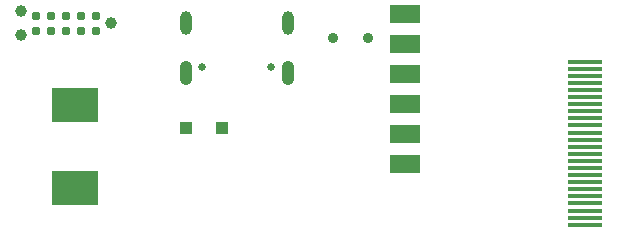
<source format=gbs>
%TF.GenerationSoftware,KiCad,Pcbnew,(5.1.10-1-10_14)*%
%TF.CreationDate,2021-09-19T22:53:24-07:00*%
%TF.ProjectId,umbelt-board,756d6265-6c74-42d6-926f-6172642e6b69,1.0*%
%TF.SameCoordinates,Original*%
%TF.FileFunction,Soldermask,Bot*%
%TF.FilePolarity,Negative*%
%FSLAX46Y46*%
G04 Gerber Fmt 4.6, Leading zero omitted, Abs format (unit mm)*
G04 Created by KiCad (PCBNEW (5.1.10-1-10_14)) date 2021-09-19 22:53:24*
%MOMM*%
%LPD*%
G01*
G04 APERTURE LIST*
%ADD10R,3.000000X0.300000*%
%ADD11R,2.510000X1.500000*%
%ADD12C,0.650000*%
%ADD13O,1.050000X2.100000*%
%ADD14O,1.000000X2.000000*%
%ADD15C,0.787400*%
%ADD16C,0.990600*%
%ADD17R,4.000000X3.000000*%
%ADD18C,0.900000*%
%ADD19R,1.000000X1.000000*%
G04 APERTURE END LIST*
D10*
%TO.C,J6*%
X177800000Y-112480000D03*
X177800000Y-113080000D03*
X177800000Y-113680000D03*
X177800000Y-114280000D03*
X177800000Y-114880000D03*
X177800000Y-115480000D03*
X177800000Y-116080000D03*
X177800000Y-116680000D03*
X177800000Y-117280000D03*
X177800000Y-117880000D03*
X177800000Y-118480000D03*
X177800000Y-119080000D03*
X177800000Y-119680000D03*
X177800000Y-120280000D03*
X177800000Y-120880000D03*
X177800000Y-121480000D03*
X177800000Y-122080000D03*
X177800000Y-122680000D03*
X177800000Y-123280000D03*
X177800000Y-123880000D03*
X177800000Y-124480000D03*
X177800000Y-125080000D03*
X177800000Y-125680000D03*
X177800000Y-126280000D03*
%TD*%
D11*
%TO.C,J2*%
X162560000Y-108458000D03*
X162560000Y-113538000D03*
X162560000Y-118618000D03*
X162560000Y-110998000D03*
X162560000Y-116078000D03*
X162560000Y-121158000D03*
%TD*%
D12*
%TO.C,J1*%
X151226000Y-112900000D03*
X145446000Y-112900000D03*
D13*
X144016000Y-113400000D03*
X152656000Y-113400000D03*
D14*
X144016000Y-109220000D03*
X152656000Y-109220000D03*
%TD*%
D15*
%TO.C,J4*%
X136398000Y-108585000D03*
X135128000Y-108585000D03*
X133858000Y-108585000D03*
X132588000Y-108585000D03*
X131318000Y-108585000D03*
X131318000Y-109855000D03*
X132588000Y-109855000D03*
X133858000Y-109855000D03*
X135128000Y-109855000D03*
X136398000Y-109855000D03*
D16*
X137668000Y-109220000D03*
X130048000Y-110236000D03*
X130048000Y-108204000D03*
%TD*%
D17*
%TO.C,J7*%
X134620000Y-123134000D03*
X134620000Y-116134000D03*
%TD*%
D18*
%TO.C,SW2*%
X156488000Y-110490000D03*
X159488000Y-110490000D03*
%TD*%
D19*
%TO.C,TP1*%
X144018000Y-118110000D03*
%TD*%
%TO.C,TP2*%
X147066000Y-118110000D03*
%TD*%
M02*

</source>
